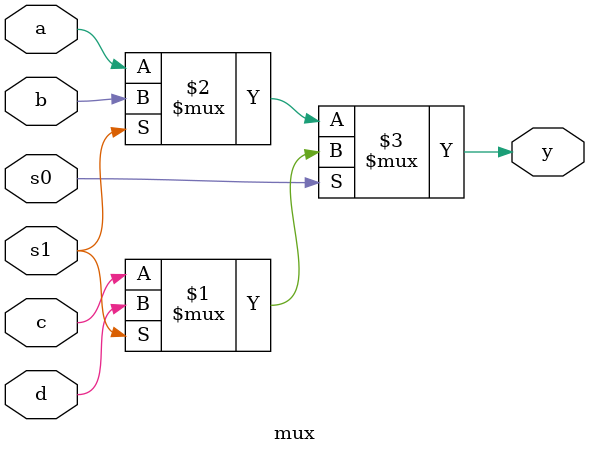
<source format=v>
module mux(
input a,b,c,d,s0,s1,
output y);
assign y = s0 ? (s1?d:c) : (s1?b:a);
endmodule


</source>
